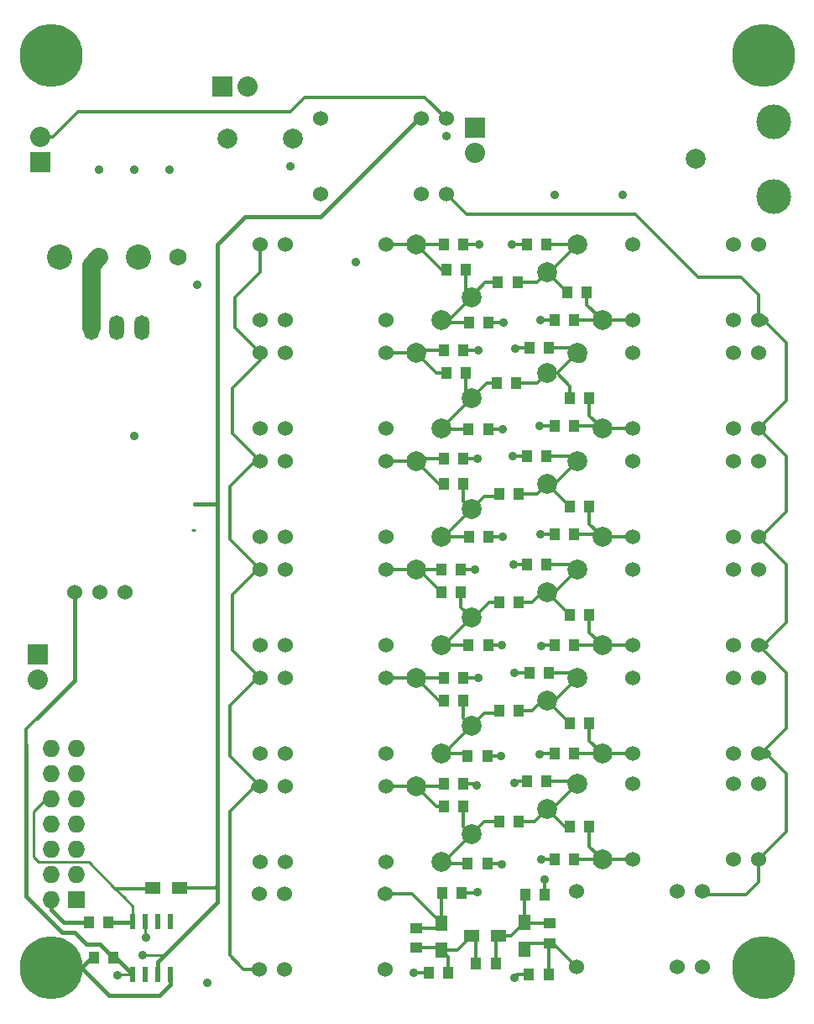
<source format=gtl>
G04 #@! TF.FileFunction,Copper,L1,Top,Signal*
%FSLAX46Y46*%
G04 Gerber Fmt 4.6, Leading zero omitted, Abs format (unit mm)*
G04 Created by KiCad (PCBNEW 4.0.1-stable) date 03/05/2016 06:21:55*
%MOMM*%
G01*
G04 APERTURE LIST*
%ADD10C,0.100000*%
%ADD11R,1.000000X1.250000*%
%ADD12R,1.250000X1.000000*%
%ADD13C,3.500000*%
%ADD14C,2.000000*%
%ADD15C,1.524000*%
%ADD16C,6.350000*%
%ADD17R,2.032000X2.032000*%
%ADD18O,2.032000X2.032000*%
%ADD19C,2.540000*%
%ADD20C,1.727200*%
%ADD21C,1.998980*%
%ADD22R,1.500000X1.300000*%
%ADD23R,0.600000X1.550000*%
%ADD24R,1.727200X1.727200*%
%ADD25O,1.727200X1.727200*%
%ADD26O,1.501140X2.499360*%
%ADD27R,1.300000X1.500000*%
%ADD28C,0.889000*%
%ADD29C,0.254000*%
%ADD30C,0.370000*%
%ADD31C,0.381000*%
%ADD32C,1.270000*%
%ADD33C,0.780000*%
%ADD34C,0.910000*%
%ADD35C,1.850000*%
G04 APERTURE END LIST*
D10*
D11*
X158575500Y-123507500D03*
X160575500Y-123507500D03*
D12*
X156019500Y-129016000D03*
X156019500Y-127016000D03*
D11*
X164004500Y-130619500D03*
X162004500Y-130619500D03*
X166957500Y-123698000D03*
X168957500Y-123698000D03*
X123460000Y-130048000D03*
X125460000Y-130048000D03*
X158766000Y-58166000D03*
X160766000Y-58166000D03*
D13*
X192024000Y-53330000D03*
X192024000Y-45730000D03*
D14*
X184224000Y-49530000D03*
D15*
X124079000Y-93218000D03*
X126619000Y-93218000D03*
X121539000Y-93218000D03*
D11*
X158766000Y-112522000D03*
X160766000Y-112522000D03*
X161020000Y-71120000D03*
X159020000Y-71120000D03*
X160766000Y-82296000D03*
X158766000Y-82296000D03*
X160512000Y-93218000D03*
X158512000Y-93218000D03*
X160766000Y-104140000D03*
X158766000Y-104140000D03*
D16*
X191008000Y-39116000D03*
X119126000Y-39116000D03*
X191008000Y-131064000D03*
X119126000Y-131064000D03*
D17*
X117792500Y-99441000D03*
D18*
X117792500Y-101981000D03*
D11*
X158766000Y-79756000D03*
X160766000Y-79756000D03*
X158512000Y-90932000D03*
X160512000Y-90932000D03*
X158766000Y-101854000D03*
X160766000Y-101854000D03*
X161020000Y-60706000D03*
X159020000Y-60706000D03*
X160766000Y-114808000D03*
X158766000Y-114808000D03*
X161306000Y-66040000D03*
X163306000Y-66040000D03*
X159242000Y-131572000D03*
X157242000Y-131572000D03*
X158766000Y-68834000D03*
X160766000Y-68834000D03*
X161242500Y-76771500D03*
X163242500Y-76771500D03*
X161306000Y-87630000D03*
X163306000Y-87630000D03*
X161242500Y-98488500D03*
X163242500Y-98488500D03*
X161179000Y-109664500D03*
X163179000Y-109664500D03*
X161179000Y-120523000D03*
X163179000Y-120523000D03*
X166227000Y-61976000D03*
X164227000Y-61976000D03*
X166100000Y-72136000D03*
X164100000Y-72136000D03*
X166354000Y-83312000D03*
X164354000Y-83312000D03*
X166354000Y-94234000D03*
X164354000Y-94234000D03*
X166354000Y-105156000D03*
X164354000Y-105156000D03*
X166354000Y-116332000D03*
X164354000Y-116332000D03*
X169148000Y-58166000D03*
X167148000Y-58166000D03*
X169402000Y-68580000D03*
X167402000Y-68580000D03*
X169148000Y-79502000D03*
X167148000Y-79502000D03*
X169148000Y-90424000D03*
X167148000Y-90424000D03*
X169402000Y-101346000D03*
X167402000Y-101346000D03*
X169148000Y-112268000D03*
X167148000Y-112268000D03*
X173212000Y-62992000D03*
X171212000Y-62992000D03*
X173466000Y-73660000D03*
X171466000Y-73660000D03*
X173466000Y-84582000D03*
X171466000Y-84582000D03*
X173466000Y-95504000D03*
X171466000Y-95504000D03*
X173466000Y-106426000D03*
X171466000Y-106426000D03*
X173466000Y-116840000D03*
X171466000Y-116840000D03*
X171942000Y-65786000D03*
X169942000Y-65786000D03*
X171942000Y-76454000D03*
X169942000Y-76454000D03*
X171942000Y-87376000D03*
X169942000Y-87376000D03*
X171942000Y-98552000D03*
X169942000Y-98552000D03*
X171942000Y-109474000D03*
X169942000Y-109474000D03*
X171942000Y-120142000D03*
X169942000Y-120142000D03*
D15*
X159004000Y-45466000D03*
X156464000Y-45466000D03*
X146304000Y-45466000D03*
X146304000Y-53086000D03*
X159004000Y-53086000D03*
X156464000Y-53086000D03*
X140208000Y-65786000D03*
X142748000Y-65786000D03*
X152908000Y-65786000D03*
X152908000Y-58166000D03*
X140208000Y-58166000D03*
X142748000Y-58166000D03*
X140208000Y-76708000D03*
X142748000Y-76708000D03*
X152908000Y-76708000D03*
X152908000Y-69088000D03*
X140208000Y-69088000D03*
X142748000Y-69088000D03*
X140208000Y-87630000D03*
X142748000Y-87630000D03*
X152908000Y-87630000D03*
X152908000Y-80010000D03*
X140208000Y-80010000D03*
X142748000Y-80010000D03*
X140208000Y-98552000D03*
X142748000Y-98552000D03*
X152908000Y-98552000D03*
X152908000Y-90932000D03*
X140208000Y-90932000D03*
X142748000Y-90932000D03*
X140208000Y-109474000D03*
X142748000Y-109474000D03*
X152908000Y-109474000D03*
X152908000Y-101854000D03*
X140208000Y-101854000D03*
X142748000Y-101854000D03*
X140208000Y-120396000D03*
X142748000Y-120396000D03*
X152908000Y-120396000D03*
X152908000Y-112776000D03*
X140208000Y-112776000D03*
X142748000Y-112776000D03*
X140144500Y-131191000D03*
X142684500Y-131191000D03*
X152844500Y-131191000D03*
X152844500Y-123571000D03*
X140144500Y-123571000D03*
X142684500Y-123571000D03*
X190500000Y-58166000D03*
X187960000Y-58166000D03*
X177800000Y-58166000D03*
X177800000Y-65786000D03*
X190500000Y-65786000D03*
X187960000Y-65786000D03*
X190500000Y-69088000D03*
X187960000Y-69088000D03*
X177800000Y-69088000D03*
X177800000Y-76708000D03*
X190500000Y-76708000D03*
X187960000Y-76708000D03*
X190500000Y-80010000D03*
X187960000Y-80010000D03*
X177800000Y-80010000D03*
X177800000Y-87630000D03*
X190500000Y-87630000D03*
X187960000Y-87630000D03*
X190500000Y-90932000D03*
X187960000Y-90932000D03*
X177800000Y-90932000D03*
X177800000Y-98552000D03*
X190500000Y-98552000D03*
X187960000Y-98552000D03*
X190500000Y-101854000D03*
X187960000Y-101854000D03*
X177800000Y-101854000D03*
X177800000Y-109474000D03*
X190500000Y-109474000D03*
X187960000Y-109474000D03*
X190500000Y-112522000D03*
X187960000Y-112522000D03*
X177800000Y-112522000D03*
X177800000Y-120142000D03*
X190500000Y-120142000D03*
X187960000Y-120142000D03*
D17*
X118046500Y-49847500D03*
D18*
X118046500Y-47307500D03*
D17*
X136461500Y-42227500D03*
D18*
X139001500Y-42227500D03*
D19*
X119984000Y-59436000D03*
D20*
X123984000Y-59436000D03*
D19*
X127984000Y-59436000D03*
D20*
X131984000Y-59436000D03*
D21*
X155956000Y-58166000D03*
X158496000Y-65786000D03*
X155956000Y-69088000D03*
X158496000Y-76708000D03*
X155956000Y-80010000D03*
X158496000Y-87630000D03*
X155956000Y-90932000D03*
X158496000Y-98552000D03*
X155956000Y-101854000D03*
X158496000Y-109474000D03*
X155956000Y-112776000D03*
X158496000Y-120396000D03*
X161544000Y-63500000D03*
X169164000Y-60960000D03*
X161544000Y-73660000D03*
X169164000Y-71120000D03*
X161544000Y-84836000D03*
X169164000Y-82296000D03*
X161544000Y-95758000D03*
X169164000Y-93218000D03*
X161544000Y-106680000D03*
X169164000Y-104140000D03*
X161544000Y-117602000D03*
X169164000Y-115062000D03*
X172212000Y-58166000D03*
X174752000Y-65786000D03*
X172212000Y-69088000D03*
X174752000Y-76708000D03*
X172212000Y-80010000D03*
X174752000Y-87630000D03*
X172212000Y-90932000D03*
X174752000Y-98552000D03*
X172212000Y-101854000D03*
X174752000Y-109474000D03*
X172212000Y-112522000D03*
X174752000Y-120142000D03*
D12*
X169418000Y-128571500D03*
X169418000Y-126571500D03*
D11*
X169338500Y-131699000D03*
X167338500Y-131699000D03*
D21*
X143507460Y-47498000D03*
X136908540Y-47498000D03*
D22*
X132096500Y-122999500D03*
X129396500Y-122999500D03*
D11*
X122952000Y-126492000D03*
X124952000Y-126492000D03*
D15*
X184848500Y-123317000D03*
X182308500Y-123317000D03*
X172148500Y-123317000D03*
X172148500Y-130937000D03*
X184848500Y-130937000D03*
X182308500Y-130937000D03*
D23*
X127381000Y-131732000D03*
X128651000Y-131732000D03*
X129921000Y-131732000D03*
X131191000Y-131732000D03*
X131191000Y-126332000D03*
X129921000Y-126332000D03*
X128651000Y-126332000D03*
X127381000Y-126332000D03*
D17*
X161925000Y-46355000D03*
D18*
X161925000Y-48895000D03*
D24*
X121666000Y-124206000D03*
D25*
X119126000Y-124206000D03*
X121666000Y-121666000D03*
X119126000Y-121666000D03*
X121666000Y-119126000D03*
X119126000Y-119126000D03*
X121666000Y-116586000D03*
X119126000Y-116586000D03*
X121666000Y-114046000D03*
X119126000Y-114046000D03*
X121666000Y-111506000D03*
X119126000Y-111506000D03*
X121666000Y-108966000D03*
X119126000Y-108966000D03*
D26*
X125730000Y-66548000D03*
X128270000Y-66548000D03*
X123190000Y-66548000D03*
D27*
X158559500Y-126539000D03*
X158559500Y-129239000D03*
D22*
X161591000Y-127825500D03*
X164291000Y-127825500D03*
D27*
X166941500Y-126475500D03*
X166941500Y-129175500D03*
D28*
X168973500Y-122110500D03*
X162179000Y-123380500D03*
X165862000Y-132016500D03*
X155765500Y-131508500D03*
X165925500Y-112395000D03*
X162115500Y-112649000D03*
X168592500Y-120142000D03*
X164592000Y-120586500D03*
X168465500Y-109537500D03*
X164528500Y-109664500D03*
X165925500Y-101282500D03*
X162242500Y-101854000D03*
X168592500Y-98615500D03*
X164592000Y-98488500D03*
X165798500Y-90424000D03*
X161925000Y-90932000D03*
X168529000Y-87376000D03*
X164719000Y-87630000D03*
X165735000Y-79502000D03*
X162179000Y-79756000D03*
X168465500Y-76454000D03*
X164719000Y-76771500D03*
X165989000Y-68643500D03*
X162242500Y-68834000D03*
X164782500Y-66040000D03*
X168529000Y-65786000D03*
X165671500Y-58166000D03*
X162306000Y-58166000D03*
X169989500Y-53149500D03*
X134937500Y-132524500D03*
X159004000Y-47244000D03*
X127508000Y-77470000D03*
X133858000Y-62230000D03*
X131064000Y-50562000D03*
X127508000Y-50562000D03*
X123952000Y-50562000D03*
X143256000Y-50292000D03*
X176784000Y-53166000D03*
X149860000Y-59944000D03*
X125857000Y-131826000D03*
X128397000Y-129794000D03*
X128714500Y-128016000D03*
D29*
X133397000Y-86948000D02*
X133604000Y-86948000D01*
D30*
X168957500Y-123698000D02*
X168957500Y-122126500D01*
X168957500Y-122126500D02*
X168973500Y-122110500D01*
X160575500Y-123507500D02*
X162052000Y-123507500D01*
X162052000Y-123507500D02*
X162179000Y-123380500D01*
X167338500Y-131699000D02*
X166179500Y-131699000D01*
X166179500Y-131699000D02*
X165862000Y-132016500D01*
X157242000Y-131572000D02*
X155829000Y-131572000D01*
X155829000Y-131572000D02*
X155765500Y-131508500D01*
X167148000Y-112268000D02*
X166052500Y-112268000D01*
X166052500Y-112268000D02*
X165925500Y-112395000D01*
X160766000Y-112522000D02*
X161988500Y-112522000D01*
X161988500Y-112522000D02*
X162115500Y-112649000D01*
X169942000Y-120142000D02*
X168592500Y-120142000D01*
X163179000Y-120523000D02*
X164528500Y-120523000D01*
X164528500Y-120523000D02*
X164592000Y-120586500D01*
X169942000Y-109474000D02*
X168529000Y-109474000D01*
X168529000Y-109474000D02*
X168465500Y-109537500D01*
X163179000Y-109664500D02*
X164528500Y-109664500D01*
X167402000Y-101346000D02*
X165989000Y-101346000D01*
X165989000Y-101346000D02*
X165925500Y-101282500D01*
X160766000Y-101854000D02*
X162242500Y-101854000D01*
X169942000Y-98552000D02*
X168656000Y-98552000D01*
X168656000Y-98552000D02*
X168592500Y-98615500D01*
X163242500Y-98488500D02*
X164592000Y-98488500D01*
X167148000Y-90424000D02*
X165798500Y-90424000D01*
X160512000Y-90932000D02*
X161925000Y-90932000D01*
X169942000Y-87376000D02*
X168529000Y-87376000D01*
X163306000Y-87630000D02*
X164719000Y-87630000D01*
X167148000Y-79502000D02*
X165735000Y-79502000D01*
X160766000Y-79756000D02*
X162179000Y-79756000D01*
X169942000Y-76454000D02*
X168465500Y-76454000D01*
X163242500Y-76771500D02*
X164719000Y-76771500D01*
X167402000Y-68580000D02*
X166052500Y-68580000D01*
X166052500Y-68580000D02*
X165989000Y-68643500D01*
X160766000Y-68834000D02*
X162242500Y-68834000D01*
X163306000Y-66040000D02*
X164782500Y-66040000D01*
X169942000Y-65786000D02*
X168529000Y-65786000D01*
X167148000Y-58166000D02*
X165671500Y-58166000D01*
X160766000Y-58166000D02*
X162306000Y-58166000D01*
D29*
X123460000Y-130048000D02*
X123190000Y-130048000D01*
D31*
X123190000Y-130048000D02*
X122174000Y-131064000D01*
D29*
X122174000Y-131064000D02*
X119126000Y-131064000D01*
X119126000Y-131064000D02*
X122174000Y-131064000D01*
D31*
X122174000Y-131064000D02*
X124968000Y-133858000D01*
X131191000Y-132715000D02*
X131191000Y-131732000D01*
X130048000Y-133858000D02*
X131191000Y-132715000D01*
X124968000Y-133858000D02*
X130048000Y-133858000D01*
X119126000Y-124206000D02*
X119126000Y-125222000D01*
X119126000Y-125222000D02*
X120396000Y-126492000D01*
X120396000Y-126492000D02*
X122952000Y-126492000D01*
D32*
X190754000Y-38862000D02*
X191008000Y-39116000D01*
D33*
X131064000Y-50562000D02*
X131064000Y-50546000D01*
X127508000Y-50562000D02*
X127508000Y-50546000D01*
X123952000Y-50562000D02*
X123952000Y-50546000D01*
X176784000Y-53166000D02*
X176784000Y-53086000D01*
D30*
X162004500Y-130619500D02*
X162004500Y-128239000D01*
X162004500Y-128239000D02*
X161591000Y-127825500D01*
X158559500Y-129239000D02*
X160177500Y-129239000D01*
X160177500Y-129239000D02*
X161591000Y-127825500D01*
X159242000Y-131572000D02*
X159242000Y-129921500D01*
X159242000Y-129921500D02*
X158559500Y-129239000D01*
X156019500Y-129016000D02*
X158336500Y-129016000D01*
X158336500Y-129016000D02*
X158559500Y-129239000D01*
D31*
X121539000Y-93218000D02*
X121539000Y-102044500D01*
X121539000Y-102044500D02*
X117729000Y-105854500D01*
X124063000Y-128651000D02*
X125460000Y-130048000D01*
X122682000Y-128651000D02*
X124063000Y-128651000D01*
X121539000Y-127508000D02*
X122682000Y-128651000D01*
X120523000Y-127508000D02*
X121539000Y-127508000D01*
X116586000Y-109601000D02*
X116586000Y-123571000D01*
X116586000Y-109601000D02*
X116586000Y-108966000D01*
X116586000Y-123825000D02*
X116586000Y-123571000D01*
X120269000Y-127508000D02*
X116586000Y-123825000D01*
X116586000Y-108966000D02*
X116586000Y-108585000D01*
X120523000Y-127508000D02*
X120269000Y-127508000D01*
D30*
X116586000Y-106997500D02*
X116586000Y-108585000D01*
X117729000Y-105854500D02*
X116586000Y-106997500D01*
D29*
X127381000Y-131732000D02*
X125951000Y-131732000D01*
X125951000Y-131732000D02*
X125857000Y-131826000D01*
X125460000Y-130048000D02*
X125697000Y-130048000D01*
D31*
X125697000Y-130048000D02*
X127381000Y-131732000D01*
D30*
X158496000Y-87630000D02*
X161306000Y-87630000D01*
X160782000Y-84074000D02*
X161544000Y-84836000D01*
X160766000Y-82296000D02*
X160766000Y-84058000D01*
X160766000Y-84058000D02*
X160782000Y-84074000D01*
X158750000Y-87630000D02*
X161544000Y-84836000D01*
X164100000Y-83566000D02*
X164354000Y-83312000D01*
X162814000Y-83566000D02*
X164100000Y-83566000D01*
X161544000Y-84836000D02*
X162814000Y-83566000D01*
X166941500Y-126475500D02*
X166941500Y-123714000D01*
X166941500Y-123714000D02*
X166957500Y-123698000D01*
X169418000Y-126571500D02*
X167037500Y-126571500D01*
X167037500Y-126571500D02*
X166941500Y-126475500D01*
X164291000Y-127825500D02*
X165591500Y-127825500D01*
X165591500Y-127825500D02*
X166941500Y-126475500D01*
X164004500Y-130619500D02*
X164004500Y-128112000D01*
X164004500Y-128112000D02*
X164291000Y-127825500D01*
X132096500Y-122999500D02*
X135890000Y-122999500D01*
X135763000Y-122936000D02*
X135890000Y-122936000D01*
X135826500Y-122936000D02*
X135763000Y-122936000D01*
X135890000Y-122999500D02*
X135826500Y-122936000D01*
D31*
X129921000Y-131732000D02*
X129921000Y-130429000D01*
X130556000Y-129794000D02*
X132842000Y-127508000D01*
X129921000Y-130429000D02*
X130556000Y-129794000D01*
X156464000Y-45466000D02*
X156210000Y-45466000D01*
X135890000Y-124460000D02*
X132842000Y-127508000D01*
X138684000Y-55372000D02*
X146304000Y-55372000D01*
X135890000Y-58166000D02*
X138684000Y-55372000D01*
X146304000Y-55372000D02*
X156210000Y-45466000D01*
X135890000Y-88392000D02*
X135890000Y-115062000D01*
X135890000Y-58166000D02*
X135890000Y-84074000D01*
X135890000Y-84074000D02*
X135890000Y-88392000D01*
X135890000Y-115062000D02*
X135890000Y-122936000D01*
X135890000Y-122936000D02*
X135890000Y-124460000D01*
X133604000Y-84248000D02*
X135890000Y-84248000D01*
D29*
X128397000Y-129794000D02*
X130556000Y-129794000D01*
D30*
X161179000Y-120523000D02*
X158623000Y-120523000D01*
X158623000Y-120523000D02*
X158496000Y-120396000D01*
X158750000Y-120396000D02*
X161544000Y-117602000D01*
X160766000Y-116824000D02*
X161544000Y-117602000D01*
X160766000Y-114808000D02*
X160766000Y-116824000D01*
X162814000Y-116332000D02*
X161544000Y-117602000D01*
X164354000Y-116332000D02*
X162814000Y-116332000D01*
X152908000Y-80010000D02*
X155956000Y-80010000D01*
D32*
X156210000Y-79756000D02*
X155956000Y-80010000D01*
D30*
X158766000Y-79756000D02*
X156210000Y-79756000D01*
X158242000Y-82296000D02*
X155956000Y-80010000D01*
X158766000Y-82296000D02*
X158242000Y-82296000D01*
X152908000Y-90932000D02*
X155956000Y-90932000D01*
X155956000Y-90932000D02*
X158512000Y-90932000D01*
X156226000Y-90932000D02*
X158512000Y-93218000D01*
D32*
X155956000Y-90932000D02*
X156226000Y-90932000D01*
D30*
X152908000Y-101854000D02*
X155956000Y-101854000D01*
X158766000Y-101854000D02*
X155956000Y-101854000D01*
X158242000Y-104140000D02*
X155956000Y-101854000D01*
X158766000Y-104140000D02*
X158242000Y-104140000D01*
X161020000Y-62611000D02*
X161020000Y-62976000D01*
X161020000Y-62976000D02*
X161544000Y-63500000D01*
X161306000Y-66040000D02*
X158750000Y-66040000D01*
X161020000Y-60706000D02*
X161020000Y-62611000D01*
X159258000Y-65786000D02*
X161544000Y-63500000D01*
X162941000Y-61976000D02*
X164227000Y-61976000D01*
X161544000Y-63373000D02*
X162941000Y-61976000D01*
D32*
X184388000Y-49366000D02*
X184224000Y-49530000D01*
D30*
X159020000Y-60706000D02*
X158496000Y-60706000D01*
X158496000Y-60706000D02*
X155956000Y-58166000D01*
X158766000Y-58166000D02*
X155956000Y-58166000D01*
X152908000Y-58166000D02*
X155956000Y-58166000D01*
X152908000Y-69088000D02*
X155956000Y-69088000D01*
D32*
X156210000Y-68834000D02*
X155956000Y-69088000D01*
D30*
X158766000Y-68834000D02*
X156210000Y-68834000D01*
X157988000Y-71120000D02*
X155956000Y-69088000D01*
X159020000Y-71120000D02*
X157988000Y-71120000D01*
X152908000Y-112776000D02*
X155956000Y-112776000D01*
X155956000Y-112776000D02*
X158512000Y-112776000D01*
X157988000Y-114808000D02*
X155956000Y-112776000D01*
X158766000Y-114808000D02*
X157988000Y-114808000D01*
X161242500Y-76771500D02*
X158559500Y-76771500D01*
X158559500Y-76771500D02*
X158496000Y-76708000D01*
X158496000Y-76708000D02*
X161544000Y-73660000D01*
X163068000Y-72136000D02*
X161544000Y-73660000D01*
X164100000Y-72136000D02*
X163068000Y-72136000D01*
X161020000Y-73136000D02*
X161544000Y-73660000D01*
X161020000Y-71120000D02*
X161020000Y-73136000D01*
X158496000Y-98552000D02*
X161179000Y-98552000D01*
X161179000Y-98552000D02*
X161242500Y-98488500D01*
X158750000Y-98552000D02*
X161544000Y-95758000D01*
X160512000Y-94726000D02*
X161544000Y-95758000D01*
X160512000Y-93218000D02*
X160512000Y-94726000D01*
X163322000Y-94234000D02*
X164354000Y-94234000D01*
X161798000Y-95758000D02*
X163322000Y-94234000D01*
D32*
X161544000Y-95758000D02*
X161798000Y-95758000D01*
D30*
X158496000Y-109474000D02*
X160988500Y-109474000D01*
X160988500Y-109474000D02*
X161179000Y-109664500D01*
X158750000Y-109474000D02*
X161544000Y-106680000D01*
X160766000Y-105902000D02*
X161544000Y-106680000D01*
X160766000Y-104140000D02*
X160766000Y-105902000D01*
X162814000Y-105410000D02*
X164100000Y-105410000D01*
X161544000Y-106680000D02*
X162814000Y-105410000D01*
D34*
X171212000Y-62992000D02*
X171196000Y-62992000D01*
D30*
X171196000Y-62992000D02*
X169164000Y-60960000D01*
X169148000Y-58166000D02*
X172212000Y-58166000D01*
X169418000Y-60960000D02*
X172212000Y-58166000D01*
D34*
X169164000Y-60960000D02*
X169418000Y-60960000D01*
D30*
X168148000Y-61976000D02*
X169164000Y-60960000D01*
X166227000Y-61976000D02*
X168148000Y-61976000D01*
X170561000Y-70739000D02*
X172212000Y-69088000D01*
X170180000Y-71120000D02*
X170561000Y-70739000D01*
X169164000Y-71120000D02*
X170180000Y-71120000D01*
X169402000Y-68580000D02*
X171704000Y-68580000D01*
D32*
X172482000Y-69358000D02*
X172212000Y-69088000D01*
D30*
X171466000Y-72406000D02*
X170180000Y-71120000D01*
X171466000Y-73660000D02*
X171466000Y-72406000D01*
X168148000Y-72136000D02*
X169164000Y-71120000D01*
X166100000Y-72136000D02*
X168148000Y-72136000D01*
X169926000Y-82296000D02*
X172212000Y-80010000D01*
X168148000Y-83312000D02*
X169164000Y-82296000D01*
X166354000Y-83312000D02*
X168148000Y-83312000D01*
X169148000Y-79502000D02*
X171704000Y-79502000D01*
X169180000Y-82296000D02*
X171466000Y-84582000D01*
D32*
X169164000Y-82296000D02*
X169180000Y-82296000D01*
D30*
X169926000Y-93218000D02*
X172212000Y-90932000D01*
X167640000Y-94234000D02*
X168656000Y-93218000D01*
X166354000Y-94234000D02*
X167640000Y-94234000D01*
X169148000Y-90424000D02*
X171704000Y-90424000D01*
X171450000Y-95504000D02*
X169164000Y-93218000D01*
X169926000Y-104140000D02*
X172212000Y-101854000D01*
X167640000Y-105156000D02*
X168656000Y-104140000D01*
X166354000Y-105156000D02*
X167640000Y-105156000D01*
X171450000Y-106426000D02*
X169164000Y-104140000D01*
D33*
X171704000Y-101346000D02*
X172212000Y-101854000D01*
D30*
X169402000Y-101346000D02*
X171704000Y-101346000D01*
X169672000Y-115062000D02*
X172212000Y-112522000D01*
X167894000Y-116332000D02*
X169164000Y-115062000D01*
X166354000Y-116332000D02*
X167894000Y-116332000D01*
D32*
X171958000Y-112268000D02*
X172212000Y-112522000D01*
D30*
X169148000Y-112268000D02*
X171958000Y-112268000D01*
X170942000Y-116840000D02*
X169164000Y-115062000D01*
X171466000Y-116840000D02*
X170942000Y-116840000D01*
X173212000Y-62992000D02*
X173212000Y-64246000D01*
X173212000Y-64246000D02*
X174752000Y-65786000D01*
X171942000Y-65786000D02*
X174752000Y-65786000D01*
X174752000Y-65786000D02*
X177800000Y-65786000D01*
X174752000Y-76708000D02*
X177800000Y-76708000D01*
D32*
X174498000Y-76454000D02*
X174752000Y-76708000D01*
D30*
X171942000Y-76454000D02*
X174498000Y-76454000D01*
D32*
X174482000Y-76438000D02*
X174752000Y-76708000D01*
D30*
X173466000Y-75422000D02*
X174752000Y-76708000D01*
X173466000Y-73660000D02*
X173466000Y-75422000D01*
X174752000Y-87630000D02*
X177800000Y-87630000D01*
X173466000Y-86344000D02*
X174752000Y-87630000D01*
X173466000Y-84582000D02*
X173466000Y-86344000D01*
D32*
X174498000Y-87376000D02*
X174752000Y-87630000D01*
D30*
X171942000Y-87376000D02*
X174498000Y-87376000D01*
X174752000Y-98552000D02*
X177800000Y-98552000D01*
X173466000Y-97266000D02*
X174752000Y-98552000D01*
X173466000Y-95504000D02*
X173466000Y-97266000D01*
X171942000Y-98552000D02*
X174752000Y-98552000D01*
X174752000Y-109474000D02*
X177800000Y-109474000D01*
X173466000Y-108188000D02*
X174752000Y-109474000D01*
X173466000Y-106426000D02*
X173466000Y-108188000D01*
X171942000Y-109474000D02*
X174752000Y-109474000D01*
X174752000Y-120142000D02*
X177800000Y-120142000D01*
X173466000Y-118856000D02*
X174752000Y-120142000D01*
X173466000Y-116840000D02*
X173466000Y-118856000D01*
X171942000Y-120142000D02*
X174752000Y-120142000D01*
X118046500Y-47307500D02*
X119316500Y-47307500D01*
X119316500Y-47307500D02*
X121856500Y-44767500D01*
X121856500Y-44767500D02*
X143256000Y-44767500D01*
X143256000Y-44767500D02*
X144716500Y-43307000D01*
X144716500Y-43307000D02*
X156845000Y-43307000D01*
X156845000Y-43307000D02*
X159004000Y-45466000D01*
D35*
X123190000Y-66548000D02*
X123190000Y-60230000D01*
X123190000Y-60230000D02*
X123984000Y-59436000D01*
D30*
X169418000Y-128571500D02*
X169783000Y-128571500D01*
X169783000Y-128571500D02*
X172148500Y-130937000D01*
X169338500Y-131699000D02*
X169338500Y-128651000D01*
X169338500Y-128651000D02*
X169418000Y-128571500D01*
X169418000Y-128571500D02*
X167545500Y-128571500D01*
X167545500Y-128571500D02*
X166941500Y-129175500D01*
X191262000Y-109474000D02*
X193294000Y-111506000D01*
X193294000Y-117348000D02*
X190500000Y-120142000D01*
X193294000Y-111506000D02*
X193294000Y-117348000D01*
D34*
X190500000Y-109474000D02*
X191262000Y-109474000D01*
D30*
X190754000Y-109474000D02*
X193294000Y-106934000D01*
X193294000Y-106934000D02*
X193294000Y-101346000D01*
X193294000Y-101346000D02*
X190500000Y-98552000D01*
D34*
X190500000Y-109474000D02*
X190754000Y-109474000D01*
D30*
X191008000Y-98552000D02*
X193294000Y-96266000D01*
X193294000Y-96266000D02*
X193294000Y-90424000D01*
X193294000Y-90424000D02*
X190500000Y-87630000D01*
D34*
X190500000Y-98552000D02*
X191008000Y-98552000D01*
D30*
X190754000Y-87630000D02*
X193294000Y-85090000D01*
X193294000Y-79502000D02*
X190500000Y-76708000D01*
X193294000Y-85090000D02*
X193294000Y-79502000D01*
D34*
X190500000Y-87630000D02*
X190754000Y-87630000D01*
X191008000Y-65786000D02*
X190500000Y-65786000D01*
D30*
X193294000Y-68072000D02*
X193294000Y-73914000D01*
X193294000Y-73914000D02*
X190500000Y-76708000D01*
X191008000Y-65786000D02*
X193294000Y-68072000D01*
X161036000Y-55118000D02*
X159004000Y-53086000D01*
X161798000Y-55118000D02*
X161036000Y-55118000D01*
X188722000Y-61468000D02*
X184404000Y-61468000D01*
X184404000Y-61468000D02*
X178054000Y-55118000D01*
X190500000Y-65786000D02*
X190500000Y-63246000D01*
X161798000Y-55118000D02*
X178054000Y-55118000D01*
X190500000Y-63246000D02*
X188722000Y-61468000D01*
X189230000Y-123698000D02*
X184912000Y-123698000D01*
X190500000Y-122428000D02*
X189230000Y-123698000D01*
X190500000Y-120142000D02*
X190500000Y-122428000D01*
X140144500Y-131191000D02*
X138557000Y-131191000D01*
X137160000Y-115316000D02*
X137160000Y-124714000D01*
X137160000Y-115316000D02*
X139700000Y-112776000D01*
X137160000Y-129794000D02*
X137160000Y-124714000D01*
X138303000Y-130937000D02*
X137160000Y-129794000D01*
X138557000Y-131191000D02*
X138303000Y-130937000D01*
X137668000Y-66548000D02*
X140208000Y-69088000D01*
X140208000Y-58166000D02*
X140208000Y-60960000D01*
X140208000Y-60960000D02*
X137668000Y-63500000D01*
X137668000Y-63500000D02*
X137668000Y-66548000D01*
X140208000Y-69850000D02*
X137414000Y-72644000D01*
X137414000Y-72644000D02*
X137414000Y-77216000D01*
X137414000Y-77216000D02*
X140208000Y-80010000D01*
X140208000Y-69088000D02*
X140208000Y-69850000D01*
X139700000Y-80010000D02*
X137160000Y-82550000D01*
X137160000Y-82550000D02*
X137160000Y-87884000D01*
X137160000Y-87884000D02*
X140208000Y-90932000D01*
X140208000Y-80010000D02*
X139700000Y-80010000D01*
X139954000Y-90932000D02*
X137414000Y-93472000D01*
X137414000Y-93472000D02*
X137414000Y-99060000D01*
X137414000Y-99060000D02*
X140208000Y-101854000D01*
D34*
X140208000Y-90932000D02*
X139954000Y-90932000D01*
D30*
X139954000Y-101854000D02*
X137160000Y-104648000D01*
X137160000Y-104648000D02*
X137160000Y-109728000D01*
X137160000Y-109728000D02*
X140208000Y-112776000D01*
D34*
X140208000Y-101854000D02*
X139954000Y-101854000D01*
X140208000Y-112776000D02*
X139700000Y-112776000D01*
D30*
X125603000Y-123063000D02*
X129333000Y-123063000D01*
X129333000Y-123063000D02*
X129396500Y-122999500D01*
D31*
X124952000Y-126492000D02*
X127221000Y-126492000D01*
D29*
X127221000Y-126492000D02*
X127381000Y-126332000D01*
X119126000Y-114046000D02*
X118618000Y-114046000D01*
X118618000Y-114046000D02*
X117348000Y-115316000D01*
X117856000Y-120396000D02*
X122936000Y-120396000D01*
X117348000Y-119888000D02*
X117856000Y-120396000D01*
X117348000Y-115316000D02*
X117348000Y-119888000D01*
X126492000Y-123952000D02*
X127381000Y-124841000D01*
X127381000Y-124841000D02*
X127254000Y-124714000D01*
X122936000Y-120396000D02*
X125603000Y-123063000D01*
X125603000Y-123063000D02*
X126492000Y-123952000D01*
X127381000Y-124841000D02*
X127381000Y-126332000D01*
X128651000Y-126332000D02*
X128651000Y-127952500D01*
X128651000Y-127952500D02*
X128714500Y-128016000D01*
D30*
X156019500Y-127016000D02*
X158082500Y-127016000D01*
X158082500Y-127016000D02*
X158559500Y-126539000D01*
X158559500Y-126539000D02*
X158559500Y-123523500D01*
X158559500Y-123523500D02*
X158575500Y-123507500D01*
X152844500Y-123571000D02*
X155591500Y-123571000D01*
X155591500Y-123571000D02*
X158559500Y-126539000D01*
M02*

</source>
